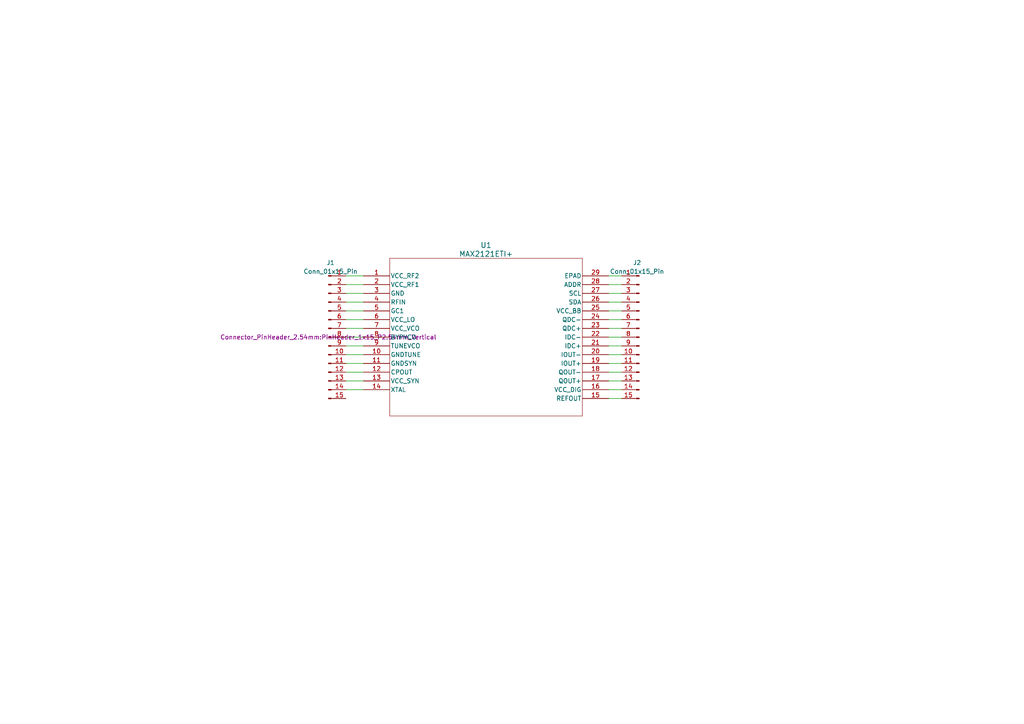
<source format=kicad_sch>
(kicad_sch (version 20230121) (generator eeschema)

  (uuid 1efeceef-8422-434a-874a-dd5eb216598d)

  (paper "A4")

  (lib_symbols
    (symbol "2023-05-04_20-51-22:MAX2121ETI+" (pin_names (offset 0.254)) (in_bom yes) (on_board yes)
      (property "Reference" "U" (at 35.56 10.16 0)
        (effects (font (size 1.524 1.524)))
      )
      (property "Value" "MAX2121ETI+" (at 35.56 7.62 0)
        (effects (font (size 1.524 1.524)))
      )
      (property "Footprint" "21-0140L_T2855-3_MXM" (at 0 0 0)
        (effects (font (size 1.27 1.27) italic) hide)
      )
      (property "Datasheet" "MAX2121ETI+" (at 0 0 0)
        (effects (font (size 1.27 1.27) italic) hide)
      )
      (property "ki_locked" "" (at 0 0 0)
        (effects (font (size 1.27 1.27)))
      )
      (property "ki_keywords" "MAX2121ETI+" (at 0 0 0)
        (effects (font (size 1.27 1.27)) hide)
      )
      (property "ki_fp_filters" "21-0140L_T2855-3_MXM 21-0140L_T2855-3_MXM-M 21-0140L_T2855-3_MXM-L" (at 0 0 0)
        (effects (font (size 1.27 1.27)) hide)
      )
      (symbol "MAX2121ETI+_0_1"
        (polyline
          (pts
            (xy 7.62 -40.64)
            (xy 63.5 -40.64)
          )
          (stroke (width 0.127) (type default))
          (fill (type none))
        )
        (polyline
          (pts
            (xy 7.62 5.08)
            (xy 7.62 -40.64)
          )
          (stroke (width 0.127) (type default))
          (fill (type none))
        )
        (polyline
          (pts
            (xy 63.5 -40.64)
            (xy 63.5 5.08)
          )
          (stroke (width 0.127) (type default))
          (fill (type none))
        )
        (polyline
          (pts
            (xy 63.5 5.08)
            (xy 7.62 5.08)
          )
          (stroke (width 0.127) (type default))
          (fill (type none))
        )
        (pin bidirectional line (at 0 0 0) (length 7.62)
          (name "VCC_RF2" (effects (font (size 1.27 1.27))))
          (number "1" (effects (font (size 1.27 1.27))))
        )
        (pin bidirectional line (at 0 -22.86 0) (length 7.62)
          (name "GNDTUNE" (effects (font (size 1.27 1.27))))
          (number "10" (effects (font (size 1.27 1.27))))
        )
        (pin bidirectional line (at 0 -25.4 0) (length 7.62)
          (name "GNDSYN" (effects (font (size 1.27 1.27))))
          (number "11" (effects (font (size 1.27 1.27))))
        )
        (pin output line (at 0 -27.94 0) (length 7.62)
          (name "CPOUT" (effects (font (size 1.27 1.27))))
          (number "12" (effects (font (size 1.27 1.27))))
        )
        (pin bidirectional line (at 0 -30.48 0) (length 7.62)
          (name "VCC_SYN" (effects (font (size 1.27 1.27))))
          (number "13" (effects (font (size 1.27 1.27))))
        )
        (pin bidirectional line (at 0 -33.02 0) (length 7.62)
          (name "XTAL" (effects (font (size 1.27 1.27))))
          (number "14" (effects (font (size 1.27 1.27))))
        )
        (pin output line (at 71.12 -35.56 180) (length 7.62)
          (name "REFOUT" (effects (font (size 1.27 1.27))))
          (number "15" (effects (font (size 1.27 1.27))))
        )
        (pin bidirectional line (at 71.12 -33.02 180) (length 7.62)
          (name "VCC_DIG" (effects (font (size 1.27 1.27))))
          (number "16" (effects (font (size 1.27 1.27))))
        )
        (pin output line (at 71.12 -30.48 180) (length 7.62)
          (name "QOUT+" (effects (font (size 1.27 1.27))))
          (number "17" (effects (font (size 1.27 1.27))))
        )
        (pin output line (at 71.12 -27.94 180) (length 7.62)
          (name "QOUT-" (effects (font (size 1.27 1.27))))
          (number "18" (effects (font (size 1.27 1.27))))
        )
        (pin output line (at 71.12 -25.4 180) (length 7.62)
          (name "IOUT+" (effects (font (size 1.27 1.27))))
          (number "19" (effects (font (size 1.27 1.27))))
        )
        (pin bidirectional line (at 0 -2.54 0) (length 7.62)
          (name "VCC_RF1" (effects (font (size 1.27 1.27))))
          (number "2" (effects (font (size 1.27 1.27))))
        )
        (pin output line (at 71.12 -22.86 180) (length 7.62)
          (name "IOUT-" (effects (font (size 1.27 1.27))))
          (number "20" (effects (font (size 1.27 1.27))))
        )
        (pin bidirectional line (at 71.12 -20.32 180) (length 7.62)
          (name "IDC+" (effects (font (size 1.27 1.27))))
          (number "21" (effects (font (size 1.27 1.27))))
        )
        (pin bidirectional line (at 71.12 -17.78 180) (length 7.62)
          (name "IDC-" (effects (font (size 1.27 1.27))))
          (number "22" (effects (font (size 1.27 1.27))))
        )
        (pin bidirectional line (at 71.12 -15.24 180) (length 7.62)
          (name "QDC+" (effects (font (size 1.27 1.27))))
          (number "23" (effects (font (size 1.27 1.27))))
        )
        (pin bidirectional line (at 71.12 -12.7 180) (length 7.62)
          (name "QDC-" (effects (font (size 1.27 1.27))))
          (number "24" (effects (font (size 1.27 1.27))))
        )
        (pin bidirectional line (at 71.12 -10.16 180) (length 7.62)
          (name "VCC_BB" (effects (font (size 1.27 1.27))))
          (number "25" (effects (font (size 1.27 1.27))))
        )
        (pin bidirectional line (at 71.12 -7.62 180) (length 7.62)
          (name "SDA" (effects (font (size 1.27 1.27))))
          (number "26" (effects (font (size 1.27 1.27))))
        )
        (pin bidirectional line (at 71.12 -5.08 180) (length 7.62)
          (name "SCL" (effects (font (size 1.27 1.27))))
          (number "27" (effects (font (size 1.27 1.27))))
        )
        (pin bidirectional line (at 71.12 -2.54 180) (length 7.62)
          (name "ADDR" (effects (font (size 1.27 1.27))))
          (number "28" (effects (font (size 1.27 1.27))))
        )
        (pin unspecified line (at 71.12 0 180) (length 7.62)
          (name "EPAD" (effects (font (size 1.27 1.27))))
          (number "29" (effects (font (size 1.27 1.27))))
        )
        (pin power_in line (at 0 -5.08 0) (length 7.62)
          (name "GND" (effects (font (size 1.27 1.27))))
          (number "3" (effects (font (size 1.27 1.27))))
        )
        (pin input line (at 0 -7.62 0) (length 7.62)
          (name "RFIN" (effects (font (size 1.27 1.27))))
          (number "4" (effects (font (size 1.27 1.27))))
        )
        (pin bidirectional line (at 0 -10.16 0) (length 7.62)
          (name "GC1" (effects (font (size 1.27 1.27))))
          (number "5" (effects (font (size 1.27 1.27))))
        )
        (pin bidirectional line (at 0 -12.7 0) (length 7.62)
          (name "VCC_LO" (effects (font (size 1.27 1.27))))
          (number "6" (effects (font (size 1.27 1.27))))
        )
        (pin bidirectional line (at 0 -15.24 0) (length 7.62)
          (name "VCC_VCO" (effects (font (size 1.27 1.27))))
          (number "7" (effects (font (size 1.27 1.27))))
        )
        (pin bidirectional line (at 0 -17.78 0) (length 7.62)
          (name "BYPVCO" (effects (font (size 1.27 1.27))))
          (number "8" (effects (font (size 1.27 1.27))))
        )
        (pin bidirectional line (at 0 -20.32 0) (length 7.62)
          (name "TUNEVCO" (effects (font (size 1.27 1.27))))
          (number "9" (effects (font (size 1.27 1.27))))
        )
      )
    )
    (symbol "Connector:Conn_01x15_Pin" (pin_names (offset 1.016) hide) (in_bom yes) (on_board yes)
      (property "Reference" "J" (at 0 20.32 0)
        (effects (font (size 1.27 1.27)))
      )
      (property "Value" "Conn_01x15_Pin" (at 0 -20.32 0)
        (effects (font (size 1.27 1.27)))
      )
      (property "Footprint" "" (at 0 0 0)
        (effects (font (size 1.27 1.27)) hide)
      )
      (property "Datasheet" "~" (at 0 0 0)
        (effects (font (size 1.27 1.27)) hide)
      )
      (property "ki_locked" "" (at 0 0 0)
        (effects (font (size 1.27 1.27)))
      )
      (property "ki_keywords" "connector" (at 0 0 0)
        (effects (font (size 1.27 1.27)) hide)
      )
      (property "ki_description" "Generic connector, single row, 01x15, script generated" (at 0 0 0)
        (effects (font (size 1.27 1.27)) hide)
      )
      (property "ki_fp_filters" "Connector*:*_1x??_*" (at 0 0 0)
        (effects (font (size 1.27 1.27)) hide)
      )
      (symbol "Conn_01x15_Pin_1_1"
        (polyline
          (pts
            (xy 1.27 -17.78)
            (xy 0.8636 -17.78)
          )
          (stroke (width 0.1524) (type default))
          (fill (type none))
        )
        (polyline
          (pts
            (xy 1.27 -15.24)
            (xy 0.8636 -15.24)
          )
          (stroke (width 0.1524) (type default))
          (fill (type none))
        )
        (polyline
          (pts
            (xy 1.27 -12.7)
            (xy 0.8636 -12.7)
          )
          (stroke (width 0.1524) (type default))
          (fill (type none))
        )
        (polyline
          (pts
            (xy 1.27 -10.16)
            (xy 0.8636 -10.16)
          )
          (stroke (width 0.1524) (type default))
          (fill (type none))
        )
        (polyline
          (pts
            (xy 1.27 -7.62)
            (xy 0.8636 -7.62)
          )
          (stroke (width 0.1524) (type default))
          (fill (type none))
        )
        (polyline
          (pts
            (xy 1.27 -5.08)
            (xy 0.8636 -5.08)
          )
          (stroke (width 0.1524) (type default))
          (fill (type none))
        )
        (polyline
          (pts
            (xy 1.27 -2.54)
            (xy 0.8636 -2.54)
          )
          (stroke (width 0.1524) (type default))
          (fill (type none))
        )
        (polyline
          (pts
            (xy 1.27 0)
            (xy 0.8636 0)
          )
          (stroke (width 0.1524) (type default))
          (fill (type none))
        )
        (polyline
          (pts
            (xy 1.27 2.54)
            (xy 0.8636 2.54)
          )
          (stroke (width 0.1524) (type default))
          (fill (type none))
        )
        (polyline
          (pts
            (xy 1.27 5.08)
            (xy 0.8636 5.08)
          )
          (stroke (width 0.1524) (type default))
          (fill (type none))
        )
        (polyline
          (pts
            (xy 1.27 7.62)
            (xy 0.8636 7.62)
          )
          (stroke (width 0.1524) (type default))
          (fill (type none))
        )
        (polyline
          (pts
            (xy 1.27 10.16)
            (xy 0.8636 10.16)
          )
          (stroke (width 0.1524) (type default))
          (fill (type none))
        )
        (polyline
          (pts
            (xy 1.27 12.7)
            (xy 0.8636 12.7)
          )
          (stroke (width 0.1524) (type default))
          (fill (type none))
        )
        (polyline
          (pts
            (xy 1.27 15.24)
            (xy 0.8636 15.24)
          )
          (stroke (width 0.1524) (type default))
          (fill (type none))
        )
        (polyline
          (pts
            (xy 1.27 17.78)
            (xy 0.8636 17.78)
          )
          (stroke (width 0.1524) (type default))
          (fill (type none))
        )
        (rectangle (start 0.8636 -17.653) (end 0 -17.907)
          (stroke (width 0.1524) (type default))
          (fill (type outline))
        )
        (rectangle (start 0.8636 -15.113) (end 0 -15.367)
          (stroke (width 0.1524) (type default))
          (fill (type outline))
        )
        (rectangle (start 0.8636 -12.573) (end 0 -12.827)
          (stroke (width 0.1524) (type default))
          (fill (type outline))
        )
        (rectangle (start 0.8636 -10.033) (end 0 -10.287)
          (stroke (width 0.1524) (type default))
          (fill (type outline))
        )
        (rectangle (start 0.8636 -7.493) (end 0 -7.747)
          (stroke (width 0.1524) (type default))
          (fill (type outline))
        )
        (rectangle (start 0.8636 -4.953) (end 0 -5.207)
          (stroke (width 0.1524) (type default))
          (fill (type outline))
        )
        (rectangle (start 0.8636 -2.413) (end 0 -2.667)
          (stroke (width 0.1524) (type default))
          (fill (type outline))
        )
        (rectangle (start 0.8636 0.127) (end 0 -0.127)
          (stroke (width 0.1524) (type default))
          (fill (type outline))
        )
        (rectangle (start 0.8636 2.667) (end 0 2.413)
          (stroke (width 0.1524) (type default))
          (fill (type outline))
        )
        (rectangle (start 0.8636 5.207) (end 0 4.953)
          (stroke (width 0.1524) (type default))
          (fill (type outline))
        )
        (rectangle (start 0.8636 7.747) (end 0 7.493)
          (stroke (width 0.1524) (type default))
          (fill (type outline))
        )
        (rectangle (start 0.8636 10.287) (end 0 10.033)
          (stroke (width 0.1524) (type default))
          (fill (type outline))
        )
        (rectangle (start 0.8636 12.827) (end 0 12.573)
          (stroke (width 0.1524) (type default))
          (fill (type outline))
        )
        (rectangle (start 0.8636 15.367) (end 0 15.113)
          (stroke (width 0.1524) (type default))
          (fill (type outline))
        )
        (rectangle (start 0.8636 17.907) (end 0 17.653)
          (stroke (width 0.1524) (type default))
          (fill (type outline))
        )
        (pin passive line (at 5.08 17.78 180) (length 3.81)
          (name "Pin_1" (effects (font (size 1.27 1.27))))
          (number "1" (effects (font (size 1.27 1.27))))
        )
        (pin passive line (at 5.08 -5.08 180) (length 3.81)
          (name "Pin_10" (effects (font (size 1.27 1.27))))
          (number "10" (effects (font (size 1.27 1.27))))
        )
        (pin passive line (at 5.08 -7.62 180) (length 3.81)
          (name "Pin_11" (effects (font (size 1.27 1.27))))
          (number "11" (effects (font (size 1.27 1.27))))
        )
        (pin passive line (at 5.08 -10.16 180) (length 3.81)
          (name "Pin_12" (effects (font (size 1.27 1.27))))
          (number "12" (effects (font (size 1.27 1.27))))
        )
        (pin passive line (at 5.08 -12.7 180) (length 3.81)
          (name "Pin_13" (effects (font (size 1.27 1.27))))
          (number "13" (effects (font (size 1.27 1.27))))
        )
        (pin passive line (at 5.08 -15.24 180) (length 3.81)
          (name "Pin_14" (effects (font (size 1.27 1.27))))
          (number "14" (effects (font (size 1.27 1.27))))
        )
        (pin passive line (at 5.08 -17.78 180) (length 3.81)
          (name "Pin_15" (effects (font (size 1.27 1.27))))
          (number "15" (effects (font (size 1.27 1.27))))
        )
        (pin passive line (at 5.08 15.24 180) (length 3.81)
          (name "Pin_2" (effects (font (size 1.27 1.27))))
          (number "2" (effects (font (size 1.27 1.27))))
        )
        (pin passive line (at 5.08 12.7 180) (length 3.81)
          (name "Pin_3" (effects (font (size 1.27 1.27))))
          (number "3" (effects (font (size 1.27 1.27))))
        )
        (pin passive line (at 5.08 10.16 180) (length 3.81)
          (name "Pin_4" (effects (font (size 1.27 1.27))))
          (number "4" (effects (font (size 1.27 1.27))))
        )
        (pin passive line (at 5.08 7.62 180) (length 3.81)
          (name "Pin_5" (effects (font (size 1.27 1.27))))
          (number "5" (effects (font (size 1.27 1.27))))
        )
        (pin passive line (at 5.08 5.08 180) (length 3.81)
          (name "Pin_6" (effects (font (size 1.27 1.27))))
          (number "6" (effects (font (size 1.27 1.27))))
        )
        (pin passive line (at 5.08 2.54 180) (length 3.81)
          (name "Pin_7" (effects (font (size 1.27 1.27))))
          (number "7" (effects (font (size 1.27 1.27))))
        )
        (pin passive line (at 5.08 0 180) (length 3.81)
          (name "Pin_8" (effects (font (size 1.27 1.27))))
          (number "8" (effects (font (size 1.27 1.27))))
        )
        (pin passive line (at 5.08 -2.54 180) (length 3.81)
          (name "Pin_9" (effects (font (size 1.27 1.27))))
          (number "9" (effects (font (size 1.27 1.27))))
        )
      )
    )
  )


  (wire (pts (xy 100.33 110.49) (xy 105.41 110.49))
    (stroke (width 0) (type default))
    (uuid 00d5b2f7-f06c-4649-893e-46804ed1af71)
  )
  (wire (pts (xy 100.33 82.55) (xy 105.41 82.55))
    (stroke (width 0) (type default))
    (uuid 10507e2c-d14e-4ff9-94ee-5850c9f1a94e)
  )
  (wire (pts (xy 100.33 105.41) (xy 105.41 105.41))
    (stroke (width 0) (type default))
    (uuid 233052ba-d40e-433f-83ab-afbcca1c03e3)
  )
  (wire (pts (xy 176.53 97.79) (xy 180.34 97.79))
    (stroke (width 0) (type default))
    (uuid 26bbc4a2-baa5-43d1-8781-9a431e4d54f2)
  )
  (wire (pts (xy 100.33 113.03) (xy 105.41 113.03))
    (stroke (width 0) (type default))
    (uuid 2aff6cec-1f0d-43f6-8d56-a362b1fd6f6e)
  )
  (wire (pts (xy 100.33 100.33) (xy 105.41 100.33))
    (stroke (width 0) (type default))
    (uuid 3a13152e-877e-4f3a-9f91-a942fb1313e5)
  )
  (wire (pts (xy 176.53 110.49) (xy 180.34 110.49))
    (stroke (width 0) (type default))
    (uuid 41bbca3c-1c8c-43cd-96b3-7374c0578053)
  )
  (wire (pts (xy 176.53 90.17) (xy 180.34 90.17))
    (stroke (width 0) (type default))
    (uuid 488d2421-1f81-43e4-a26d-e0f84d78fe82)
  )
  (wire (pts (xy 176.53 113.03) (xy 180.34 113.03))
    (stroke (width 0) (type default))
    (uuid 6e9eb8b1-bfb9-48e4-b9a7-d14399833653)
  )
  (wire (pts (xy 176.53 85.09) (xy 180.34 85.09))
    (stroke (width 0) (type default))
    (uuid 7ca8ecaa-fbc1-47c1-b0be-0937042a09a5)
  )
  (wire (pts (xy 176.53 105.41) (xy 180.34 105.41))
    (stroke (width 0) (type default))
    (uuid 7d4cb372-4ac3-4fb8-9633-3f8204a7ffcc)
  )
  (wire (pts (xy 100.33 90.17) (xy 105.41 90.17))
    (stroke (width 0) (type default))
    (uuid 827a65d7-4a10-4a4f-9390-65edc7095929)
  )
  (wire (pts (xy 100.33 102.87) (xy 105.41 102.87))
    (stroke (width 0) (type default))
    (uuid 83f72c03-9768-4f67-a056-4f5b36b92664)
  )
  (wire (pts (xy 176.53 80.01) (xy 180.34 80.01))
    (stroke (width 0) (type default))
    (uuid 881a3375-a004-4976-a800-ccf2a771882a)
  )
  (wire (pts (xy 100.33 107.95) (xy 105.41 107.95))
    (stroke (width 0) (type default))
    (uuid 88e83640-dea1-4400-8389-35333a2ad448)
  )
  (wire (pts (xy 176.53 92.71) (xy 180.34 92.71))
    (stroke (width 0) (type default))
    (uuid 8e72a011-619a-4973-a4c6-5098692b1553)
  )
  (wire (pts (xy 100.33 87.63) (xy 105.41 87.63))
    (stroke (width 0) (type default))
    (uuid a4fea409-01da-4d5c-afc9-cc355e643fe3)
  )
  (wire (pts (xy 176.53 115.57) (xy 180.34 115.57))
    (stroke (width 0) (type default))
    (uuid a896de0d-0f61-45c4-b165-377d14a1202e)
  )
  (wire (pts (xy 100.33 92.71) (xy 105.41 92.71))
    (stroke (width 0) (type default))
    (uuid ac8d6e04-aea1-4fa3-b525-88975fb6b2e8)
  )
  (wire (pts (xy 100.33 95.25) (xy 105.41 95.25))
    (stroke (width 0) (type default))
    (uuid b0199828-5abd-4430-8e83-1f2f55a8904c)
  )
  (wire (pts (xy 176.53 87.63) (xy 180.34 87.63))
    (stroke (width 0) (type default))
    (uuid ba0e43da-2d54-4b00-a05a-0833862a0dfc)
  )
  (wire (pts (xy 100.33 85.09) (xy 105.41 85.09))
    (stroke (width 0) (type default))
    (uuid bad54724-9248-4ca3-99a8-6dce4aad82fd)
  )
  (wire (pts (xy 176.53 107.95) (xy 180.34 107.95))
    (stroke (width 0) (type default))
    (uuid bd47c9a2-e1c4-487e-9f5a-b2182db977ac)
  )
  (wire (pts (xy 176.53 100.33) (xy 180.34 100.33))
    (stroke (width 0) (type default))
    (uuid cdd9d8ce-0f6d-4c49-89b4-66cfeaaf7ae7)
  )
  (wire (pts (xy 176.53 95.25) (xy 180.34 95.25))
    (stroke (width 0) (type default))
    (uuid ce6904e5-bb46-4332-962b-f66e198a99f0)
  )
  (wire (pts (xy 100.33 80.01) (xy 105.41 80.01))
    (stroke (width 0) (type default))
    (uuid d3e6ccfc-57b6-489d-9cf8-9e63bbd83778)
  )
  (wire (pts (xy 176.53 102.87) (xy 180.34 102.87))
    (stroke (width 0) (type default))
    (uuid dca2fe57-d5cf-4255-90f5-c63ef5d355d3)
  )
  (wire (pts (xy 100.33 97.79) (xy 105.41 97.79))
    (stroke (width 0) (type default))
    (uuid dd68eb7d-2a32-4af9-9f4e-ca4c6253bdff)
  )
  (wire (pts (xy 176.53 82.55) (xy 180.34 82.55))
    (stroke (width 0) (type default))
    (uuid ff924e42-92c0-4940-92f2-f397284e33f9)
  )

  (symbol (lib_id "Connector:Conn_01x15_Pin") (at 95.25 97.79 0) (unit 1)
    (in_bom yes) (on_board yes) (dnp no)
    (uuid 703e983f-206d-49ef-b0cf-bc8ceddf6391)
    (property "Reference" "J1" (at 95.885 76.2 0)
      (effects (font (size 1.27 1.27)))
    )
    (property "Value" "Conn_01x15_Pin" (at 95.885 78.74 0)
      (effects (font (size 1.27 1.27)))
    )
    (property "Footprint" "Connector_PinHeader_2.54mm:PinHeader_1x15_P2.54mm_Vertical" (at 95.25 97.79 0)
      (effects (font (size 1.27 1.27)))
    )
    (property "Datasheet" "~" (at 95.25 97.79 0)
      (effects (font (size 1.27 1.27)) hide)
    )
    (pin "1" (uuid 5e9aa3f2-746f-4c24-a77e-059839c4c8e5))
    (pin "10" (uuid 488157bc-c481-4610-982a-f00cb58a1f56))
    (pin "11" (uuid 0ed2975c-a46d-4f1e-b0e3-2119cdd6b97d))
    (pin "12" (uuid 7947e700-8ad1-4f33-86fc-e390c68cce1c))
    (pin "13" (uuid b5db6ba6-2e63-4864-9f33-4140ad9127b1))
    (pin "14" (uuid 11fc798a-5b55-4a38-8f08-8b42dfe1b7e0))
    (pin "15" (uuid 3b1d364e-8c40-4fae-bed7-d1a512d866bc))
    (pin "2" (uuid 1a24b1e4-1fc9-4923-b424-812b0e7a5f73))
    (pin "3" (uuid 956af1e5-22d7-4b40-a1b3-0b09f42a18bc))
    (pin "4" (uuid e476cbe9-7264-4523-8a0c-e14407489e3f))
    (pin "5" (uuid f0ca1268-fbaf-4f28-8a39-fdefa5351591))
    (pin "6" (uuid 8e958dd9-5197-4b97-a5d0-f391250ca93a))
    (pin "7" (uuid 5ae17238-49f1-4e91-a85f-4aa07c26550a))
    (pin "8" (uuid 565a7162-6065-4f20-84f7-d6fbde7d8e8c))
    (pin "9" (uuid d507782c-6587-4002-a8a6-0d53a6de782f))
    (instances
      (project "new"
        (path "/1efeceef-8422-434a-874a-dd5eb216598d"
          (reference "J1") (unit 1)
        )
      )
    )
  )

  (symbol (lib_id "Connector:Conn_01x15_Pin") (at 185.42 97.79 0) (mirror y) (unit 1)
    (in_bom yes) (on_board yes) (dnp no)
    (uuid 96439eeb-eb75-4032-b937-9b47e3d8f8d1)
    (property "Reference" "J2" (at 184.785 76.2 0)
      (effects (font (size 1.27 1.27)))
    )
    (property "Value" "Conn_01x15_Pin" (at 184.785 78.74 0)
      (effects (font (size 1.27 1.27)))
    )
    (property "Footprint" "Connector_PinHeader_2.54mm:PinHeader_1x15_P2.54mm_Vertical" (at 185.42 97.79 0)
      (effects (font (size 1.27 1.27)) hide)
    )
    (property "Datasheet" "~" (at 185.42 97.79 0)
      (effects (font (size 1.27 1.27)) hide)
    )
    (pin "1" (uuid 37e5e113-0531-405b-bb93-62edbff6ab30))
    (pin "10" (uuid c9ab373a-0c9b-475c-b398-7b0ead47ec03))
    (pin "11" (uuid 3654e4ac-daa7-4fdf-ad85-e5eb7daa5e82))
    (pin "12" (uuid 47f0d7fa-57d0-4b8e-b45e-d30b5a8d5e4f))
    (pin "13" (uuid 347b6216-c3cb-434d-923a-0c230d187f96))
    (pin "14" (uuid a0669830-8512-47ab-b198-4f0e39c7f4f1))
    (pin "15" (uuid 56b03d89-26b6-4b84-b6f5-b949d6a54fe5))
    (pin "2" (uuid 1dc8e854-bd8e-42f3-8bc2-856f69765966))
    (pin "3" (uuid 820092cf-2f58-4792-8875-e4736502a68b))
    (pin "4" (uuid 2f6e39aa-5a86-4f41-aec2-e1e453e38d66))
    (pin "5" (uuid 8bbedced-ad40-4e6d-b48c-a6994edbd67a))
    (pin "6" (uuid 6c850c49-08da-447c-9759-bd5445e812cc))
    (pin "7" (uuid 56cba823-4488-4303-8277-d7aefd074a41))
    (pin "8" (uuid b69bd066-90d5-4916-8168-70071f77b80f))
    (pin "9" (uuid 9da37a73-b0fb-4ac5-80fb-79751e4a68cc))
    (instances
      (project "new"
        (path "/1efeceef-8422-434a-874a-dd5eb216598d"
          (reference "J2") (unit 1)
        )
      )
    )
  )

  (symbol (lib_id "2023-05-04_20-51-22:MAX2121ETI+") (at 105.41 80.01 0) (unit 1)
    (in_bom yes) (on_board yes) (dnp no) (fields_autoplaced)
    (uuid 9cb73c4d-621a-45a9-9999-92efb23b989a)
    (property "Reference" "U1" (at 140.97 71.12 0)
      (effects (font (size 1.524 1.524)))
    )
    (property "Value" "MAX2121ETI+" (at 140.97 73.66 0)
      (effects (font (size 1.524 1.524)))
    )
    (property "Footprint" "21-0140L_T2855-3_MXM" (at 105.41 80.01 0)
      (effects (font (size 1.27 1.27) italic) hide)
    )
    (property "Datasheet" "MAX2121ETI+" (at 105.41 80.01 0)
      (effects (font (size 1.27 1.27) italic) hide)
    )
    (pin "1" (uuid 06fc2de0-c618-4773-a0da-d58720acef68))
    (pin "10" (uuid 53e603ae-8d89-4b5b-8989-3e9b62872c0a))
    (pin "11" (uuid 70ae7548-13a2-4325-8739-7fb483a9fa9f))
    (pin "12" (uuid a6cc45e5-4e75-4db4-b405-a7d99b4e9de7))
    (pin "13" (uuid 869d9a23-fcde-49e7-bf4a-7ed5d94a2c26))
    (pin "14" (uuid 5f591b2e-b88a-4851-b8ff-39ee7f0e5457))
    (pin "15" (uuid 47f6027e-efac-4cc4-abf4-6a94274d3338))
    (pin "16" (uuid b802723a-f5ef-47ea-a214-4bb76608a00b))
    (pin "17" (uuid 1bf4cf51-ac3e-4260-ade6-76ae3c8e2fbb))
    (pin "18" (uuid 4a816644-05f7-4a7e-8baa-260b2a1c551c))
    (pin "19" (uuid e5aa52cf-ffb9-406a-934f-ed39a603ab3e))
    (pin "2" (uuid d91c9df4-7aad-4cd8-a398-7495eaf057a3))
    (pin "20" (uuid 2209cd58-b8a6-4422-8364-4dfa9ffcf07f))
    (pin "21" (uuid bb4bf1dc-f5a9-4243-a3cb-b0de60fab64f))
    (pin "22" (uuid 16d4f11b-213b-4543-9dc3-876925dba394))
    (pin "23" (uuid 89e2b6b2-7ff8-42f2-ac8f-dbda827723c9))
    (pin "24" (uuid 2f61f4d6-6547-4430-bc09-54234e41758f))
    (pin "25" (uuid 3e40978f-c479-4361-ada5-4a8578f77daa))
    (pin "26" (uuid 296dfe07-5a8c-405e-b627-2a468d54cd3a))
    (pin "27" (uuid 2dba2e82-aa87-42f5-8afd-a2fb3e838ec5))
    (pin "28" (uuid 75678087-9c29-4638-afc9-2951c7ee1b35))
    (pin "29" (uuid 6b9f8c20-7263-482a-9f7e-6bab2d3ce4fd))
    (pin "3" (uuid 4fb3e794-9463-4f80-b691-9f63fceb4d54))
    (pin "4" (uuid d7023b23-6a2a-4757-8978-6942bc26ca7a))
    (pin "5" (uuid 2e7fe1a7-4910-4ed4-8092-161c7d0cefeb))
    (pin "6" (uuid 244f93fa-c41f-4b5b-9959-dbc497e113dc))
    (pin "7" (uuid 11937dd0-45d1-4e63-8275-456a4623e9c3))
    (pin "8" (uuid f7b69333-895f-46b6-a9aa-9b0c688cb260))
    (pin "9" (uuid 5992bf60-3897-4d7f-9294-d9a84a0809c9))
    (instances
      (project "new"
        (path "/1efeceef-8422-434a-874a-dd5eb216598d"
          (reference "U1") (unit 1)
        )
      )
    )
  )

  (sheet_instances
    (path "/" (page "1"))
  )
)

</source>
